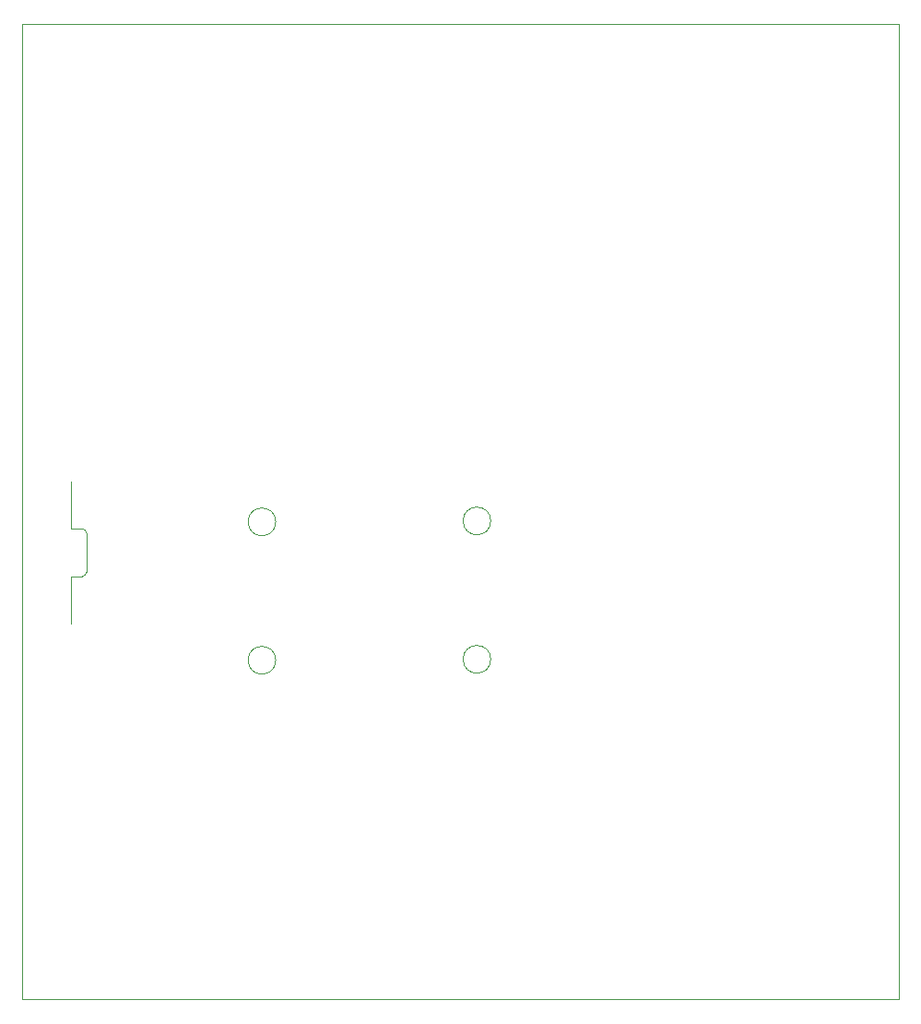
<source format=gbr>
%TF.GenerationSoftware,KiCad,Pcbnew,8.0.6*%
%TF.CreationDate,2025-02-20T10:46:29-07:00*%
%TF.ProjectId,PCB ESP32 S3 Wroom 1 n16r8,50434220-4553-4503-9332-205333205772,rev?*%
%TF.SameCoordinates,Original*%
%TF.FileFunction,Profile,NP*%
%FSLAX46Y46*%
G04 Gerber Fmt 4.6, Leading zero omitted, Abs format (unit mm)*
G04 Created by KiCad (PCBNEW 8.0.6) date 2025-02-20 10:46:29*
%MOMM*%
%LPD*%
G01*
G04 APERTURE LIST*
%TA.AperFunction,Profile*%
%ADD10C,0.050000*%
%TD*%
%TA.AperFunction,Profile*%
%ADD11C,0.120000*%
%TD*%
%TA.AperFunction,Profile*%
%ADD12C,0.100000*%
%TD*%
G04 APERTURE END LIST*
D10*
X58500000Y-43000000D02*
X139000000Y-43000000D01*
X139000000Y-132500000D01*
X58500000Y-132500000D01*
X58500000Y-43000000D01*
D11*
%TO.C,J1*%
X63000000Y-89300000D02*
X63000000Y-85000000D01*
X63000000Y-93700000D02*
X63000000Y-98000000D01*
X64000000Y-89300000D02*
X63000000Y-89300000D01*
X64000000Y-93700000D02*
X63000000Y-93700000D01*
X64400000Y-93300000D02*
X64400000Y-89700000D01*
X64000000Y-89300000D02*
G75*
G02*
X64400000Y-89700000I-2J-400002D01*
G01*
X64400000Y-93300000D02*
G75*
G02*
X64000000Y-93700000I-400000J0D01*
G01*
D12*
%TO.C,L_SPKR1*%
X101529000Y-88592500D02*
G75*
G02*
X98989000Y-88592500I-1270000J0D01*
G01*
X98989000Y-88592500D02*
G75*
G02*
X101529000Y-88592500I1270000J0D01*
G01*
X101529000Y-101292500D02*
G75*
G02*
X98989000Y-101292500I-1270000J0D01*
G01*
X98989000Y-101292500D02*
G75*
G02*
X101529000Y-101292500I1270000J0D01*
G01*
%TO.C,RSPKR1*%
X81787500Y-88680000D02*
G75*
G02*
X79247500Y-88680000I-1270000J0D01*
G01*
X79247500Y-88680000D02*
G75*
G02*
X81787500Y-88680000I1270000J0D01*
G01*
X81787500Y-101380000D02*
G75*
G02*
X79247500Y-101380000I-1270000J0D01*
G01*
X79247500Y-101380000D02*
G75*
G02*
X81787500Y-101380000I1270000J0D01*
G01*
%TD*%
M02*

</source>
